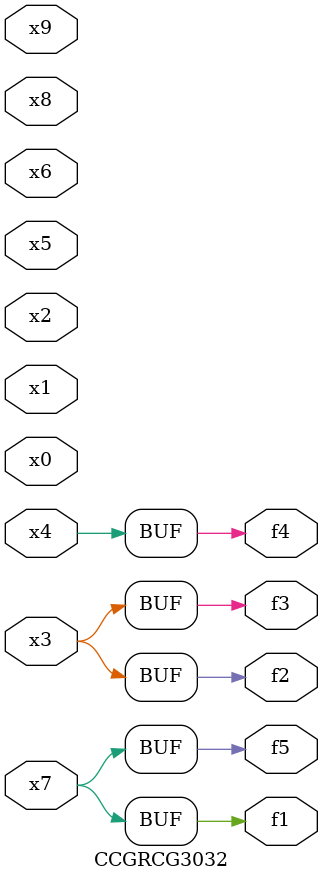
<source format=v>
module CCGRCG3032(
	input x0, x1, x2, x3, x4, x5, x6, x7, x8, x9,
	output f1, f2, f3, f4, f5
);
	assign f1 = x7;
	assign f2 = x3;
	assign f3 = x3;
	assign f4 = x4;
	assign f5 = x7;
endmodule

</source>
